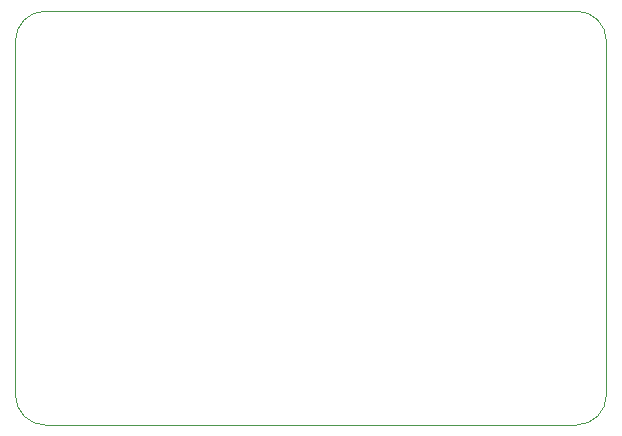
<source format=gbr>
G04 (created by PCBNEW (22-Jun-2014 BZR 4027)-stable) date Tue 12 Jul 2016 21:22:19 BST*
%MOIN*%
G04 Gerber Fmt 3.4, Leading zero omitted, Abs format*
%FSLAX34Y34*%
G01*
G70*
G90*
G04 APERTURE LIST*
%ADD10C,0.00590551*%
%ADD11C,0.00393701*%
G04 APERTURE END LIST*
G54D10*
G54D11*
X100200Y-68500D02*
X117900Y-68500D01*
X99200Y-81300D02*
X99200Y-69500D01*
X117900Y-82300D02*
X100200Y-82300D01*
X118900Y-69500D02*
X118900Y-81300D01*
X118900Y-69500D02*
G75*
G03X117900Y-68500I-1000J0D01*
G74*
G01*
X117900Y-82300D02*
G75*
G03X118900Y-81300I0J1000D01*
G74*
G01*
X99200Y-81300D02*
G75*
G03X100200Y-82300I1000J0D01*
G74*
G01*
X100200Y-68500D02*
G75*
G03X99200Y-69500I0J-1000D01*
G74*
G01*
M02*

</source>
